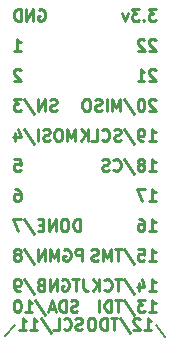
<source format=gbr>
%TF.GenerationSoftware,KiCad,Pcbnew,(5.1.9)-1*%
%TF.CreationDate,2021-07-11T13:39:41+02:00*%
%TF.ProjectId,TinyFPGA-A,54696e79-4650-4474-912d-412e6b696361,rev?*%
%TF.SameCoordinates,Original*%
%TF.FileFunction,Legend,Bot*%
%TF.FilePolarity,Positive*%
%FSLAX46Y46*%
G04 Gerber Fmt 4.6, Leading zero omitted, Abs format (unit mm)*
G04 Created by KiCad (PCBNEW (5.1.9)-1) date 2021-07-11 13:39:41*
%MOMM*%
%LPD*%
G01*
G04 APERTURE LIST*
%ADD10C,0.200000*%
%ADD11C,0.250000*%
G04 APERTURE END LIST*
D10*
X95694500Y-146558000D02*
X94932500Y-145605500D01*
X82169000Y-146494500D02*
X82994500Y-145605500D01*
D11*
X88680809Y-145946761D02*
X88537952Y-145994380D01*
X88299857Y-145994380D01*
X88204619Y-145946761D01*
X88157000Y-145899142D01*
X88109380Y-145803904D01*
X88109380Y-145708666D01*
X88157000Y-145613428D01*
X88204619Y-145565809D01*
X88299857Y-145518190D01*
X88490333Y-145470571D01*
X88585571Y-145422952D01*
X88633190Y-145375333D01*
X88680809Y-145280095D01*
X88680809Y-145184857D01*
X88633190Y-145089619D01*
X88585571Y-145042000D01*
X88490333Y-144994380D01*
X88252238Y-144994380D01*
X88109380Y-145042000D01*
X87109380Y-145899142D02*
X87157000Y-145946761D01*
X87299857Y-145994380D01*
X87395095Y-145994380D01*
X87537952Y-145946761D01*
X87633190Y-145851523D01*
X87680809Y-145756285D01*
X87728428Y-145565809D01*
X87728428Y-145422952D01*
X87680809Y-145232476D01*
X87633190Y-145137238D01*
X87537952Y-145042000D01*
X87395095Y-144994380D01*
X87299857Y-144994380D01*
X87157000Y-145042000D01*
X87109380Y-145089619D01*
X86204619Y-145994380D02*
X86680809Y-145994380D01*
X86680809Y-144994380D01*
X85157000Y-144946761D02*
X86014142Y-146232476D01*
X84299857Y-145994380D02*
X84871285Y-145994380D01*
X84585571Y-145994380D02*
X84585571Y-144994380D01*
X84680809Y-145137238D01*
X84776047Y-145232476D01*
X84871285Y-145280095D01*
X83347476Y-145994380D02*
X83918904Y-145994380D01*
X83633190Y-145994380D02*
X83633190Y-144994380D01*
X83728428Y-145137238D01*
X83823666Y-145232476D01*
X83918904Y-145280095D01*
X88283928Y-144422761D02*
X88141071Y-144470380D01*
X87902976Y-144470380D01*
X87807738Y-144422761D01*
X87760119Y-144375142D01*
X87712500Y-144279904D01*
X87712500Y-144184666D01*
X87760119Y-144089428D01*
X87807738Y-144041809D01*
X87902976Y-143994190D01*
X88093452Y-143946571D01*
X88188690Y-143898952D01*
X88236309Y-143851333D01*
X88283928Y-143756095D01*
X88283928Y-143660857D01*
X88236309Y-143565619D01*
X88188690Y-143518000D01*
X88093452Y-143470380D01*
X87855357Y-143470380D01*
X87712500Y-143518000D01*
X87283928Y-144470380D02*
X87283928Y-143470380D01*
X87045833Y-143470380D01*
X86902976Y-143518000D01*
X86807738Y-143613238D01*
X86760119Y-143708476D01*
X86712500Y-143898952D01*
X86712500Y-144041809D01*
X86760119Y-144232285D01*
X86807738Y-144327523D01*
X86902976Y-144422761D01*
X87045833Y-144470380D01*
X87283928Y-144470380D01*
X86331547Y-144184666D02*
X85855357Y-144184666D01*
X86426785Y-144470380D02*
X86093452Y-143470380D01*
X85760119Y-144470380D01*
X84712500Y-143422761D02*
X85569642Y-144708476D01*
X83855357Y-144470380D02*
X84426785Y-144470380D01*
X84141071Y-144470380D02*
X84141071Y-143470380D01*
X84236309Y-143613238D01*
X84331547Y-143708476D01*
X84426785Y-143756095D01*
X83236309Y-143470380D02*
X83141071Y-143470380D01*
X83045833Y-143518000D01*
X82998214Y-143565619D01*
X82950595Y-143660857D01*
X82902976Y-143851333D01*
X82902976Y-144089428D01*
X82950595Y-144279904D01*
X82998214Y-144375142D01*
X83045833Y-144422761D01*
X83141071Y-144470380D01*
X83236309Y-144470380D01*
X83331547Y-144422761D01*
X83379166Y-144375142D01*
X83426785Y-144279904D01*
X83474404Y-144089428D01*
X83474404Y-143851333D01*
X83426785Y-143660857D01*
X83379166Y-143565619D01*
X83331547Y-143518000D01*
X83236309Y-143470380D01*
X88760119Y-141692380D02*
X88760119Y-142406666D01*
X88807738Y-142549523D01*
X88902976Y-142644761D01*
X89045833Y-142692380D01*
X89141071Y-142692380D01*
X88426785Y-141692380D02*
X87855357Y-141692380D01*
X88141071Y-142692380D02*
X88141071Y-141692380D01*
X86998214Y-141740000D02*
X87093452Y-141692380D01*
X87236309Y-141692380D01*
X87379166Y-141740000D01*
X87474404Y-141835238D01*
X87522023Y-141930476D01*
X87569642Y-142120952D01*
X87569642Y-142263809D01*
X87522023Y-142454285D01*
X87474404Y-142549523D01*
X87379166Y-142644761D01*
X87236309Y-142692380D01*
X87141071Y-142692380D01*
X86998214Y-142644761D01*
X86950595Y-142597142D01*
X86950595Y-142263809D01*
X87141071Y-142263809D01*
X86522023Y-142692380D02*
X86522023Y-141692380D01*
X85950595Y-142692380D01*
X85950595Y-141692380D01*
X85141071Y-142168571D02*
X84998214Y-142216190D01*
X84950595Y-142263809D01*
X84902976Y-142359047D01*
X84902976Y-142501904D01*
X84950595Y-142597142D01*
X84998214Y-142644761D01*
X85093452Y-142692380D01*
X85474404Y-142692380D01*
X85474404Y-141692380D01*
X85141071Y-141692380D01*
X85045833Y-141740000D01*
X84998214Y-141787619D01*
X84950595Y-141882857D01*
X84950595Y-141978095D01*
X84998214Y-142073333D01*
X85045833Y-142120952D01*
X85141071Y-142168571D01*
X85474404Y-142168571D01*
X83760119Y-141644761D02*
X84617261Y-142930476D01*
X83379166Y-142692380D02*
X83188690Y-142692380D01*
X83093452Y-142644761D01*
X83045833Y-142597142D01*
X82950595Y-142454285D01*
X82902976Y-142263809D01*
X82902976Y-141882857D01*
X82950595Y-141787619D01*
X82998214Y-141740000D01*
X83093452Y-141692380D01*
X83283928Y-141692380D01*
X83379166Y-141740000D01*
X83426785Y-141787619D01*
X83474404Y-141882857D01*
X83474404Y-142120952D01*
X83426785Y-142216190D01*
X83379166Y-142263809D01*
X83283928Y-142311428D01*
X83093452Y-142311428D01*
X82998214Y-142263809D01*
X82950595Y-142216190D01*
X82902976Y-142120952D01*
X88664880Y-140152380D02*
X88664880Y-139152380D01*
X88283928Y-139152380D01*
X88188690Y-139200000D01*
X88141071Y-139247619D01*
X88093452Y-139342857D01*
X88093452Y-139485714D01*
X88141071Y-139580952D01*
X88188690Y-139628571D01*
X88283928Y-139676190D01*
X88664880Y-139676190D01*
X87141071Y-139200000D02*
X87236309Y-139152380D01*
X87379166Y-139152380D01*
X87522023Y-139200000D01*
X87617261Y-139295238D01*
X87664880Y-139390476D01*
X87712500Y-139580952D01*
X87712500Y-139723809D01*
X87664880Y-139914285D01*
X87617261Y-140009523D01*
X87522023Y-140104761D01*
X87379166Y-140152380D01*
X87283928Y-140152380D01*
X87141071Y-140104761D01*
X87093452Y-140057142D01*
X87093452Y-139723809D01*
X87283928Y-139723809D01*
X86664880Y-140152380D02*
X86664880Y-139152380D01*
X86331547Y-139866666D01*
X85998214Y-139152380D01*
X85998214Y-140152380D01*
X85522023Y-140152380D02*
X85522023Y-139152380D01*
X84950595Y-140152380D01*
X84950595Y-139152380D01*
X83760119Y-139104761D02*
X84617261Y-140390476D01*
X83283928Y-139580952D02*
X83379166Y-139533333D01*
X83426785Y-139485714D01*
X83474404Y-139390476D01*
X83474404Y-139342857D01*
X83426785Y-139247619D01*
X83379166Y-139200000D01*
X83283928Y-139152380D01*
X83093452Y-139152380D01*
X82998214Y-139200000D01*
X82950595Y-139247619D01*
X82902976Y-139342857D01*
X82902976Y-139390476D01*
X82950595Y-139485714D01*
X82998214Y-139533333D01*
X83093452Y-139580952D01*
X83283928Y-139580952D01*
X83379166Y-139628571D01*
X83426785Y-139676190D01*
X83474404Y-139771428D01*
X83474404Y-139961904D01*
X83426785Y-140057142D01*
X83379166Y-140104761D01*
X83283928Y-140152380D01*
X83093452Y-140152380D01*
X82998214Y-140104761D01*
X82950595Y-140057142D01*
X82902976Y-139961904D01*
X82902976Y-139771428D01*
X82950595Y-139676190D01*
X82998214Y-139628571D01*
X83093452Y-139580952D01*
X88474404Y-137612380D02*
X88474404Y-136612380D01*
X88236309Y-136612380D01*
X88093452Y-136660000D01*
X87998214Y-136755238D01*
X87950595Y-136850476D01*
X87902976Y-137040952D01*
X87902976Y-137183809D01*
X87950595Y-137374285D01*
X87998214Y-137469523D01*
X88093452Y-137564761D01*
X88236309Y-137612380D01*
X88474404Y-137612380D01*
X87283928Y-136612380D02*
X87093452Y-136612380D01*
X86998214Y-136660000D01*
X86902976Y-136755238D01*
X86855357Y-136945714D01*
X86855357Y-137279047D01*
X86902976Y-137469523D01*
X86998214Y-137564761D01*
X87093452Y-137612380D01*
X87283928Y-137612380D01*
X87379166Y-137564761D01*
X87474404Y-137469523D01*
X87522023Y-137279047D01*
X87522023Y-136945714D01*
X87474404Y-136755238D01*
X87379166Y-136660000D01*
X87283928Y-136612380D01*
X86426785Y-137612380D02*
X86426785Y-136612380D01*
X85855357Y-137612380D01*
X85855357Y-136612380D01*
X85379166Y-137088571D02*
X85045833Y-137088571D01*
X84902976Y-137612380D02*
X85379166Y-137612380D01*
X85379166Y-136612380D01*
X84902976Y-136612380D01*
X83760119Y-136564761D02*
X84617261Y-137850476D01*
X83522023Y-136612380D02*
X82855357Y-136612380D01*
X83283928Y-137612380D01*
X82998214Y-134072380D02*
X83188690Y-134072380D01*
X83283928Y-134120000D01*
X83331547Y-134167619D01*
X83426785Y-134310476D01*
X83474404Y-134500952D01*
X83474404Y-134881904D01*
X83426785Y-134977142D01*
X83379166Y-135024761D01*
X83283928Y-135072380D01*
X83093452Y-135072380D01*
X82998214Y-135024761D01*
X82950595Y-134977142D01*
X82902976Y-134881904D01*
X82902976Y-134643809D01*
X82950595Y-134548571D01*
X82998214Y-134500952D01*
X83093452Y-134453333D01*
X83283928Y-134453333D01*
X83379166Y-134500952D01*
X83426785Y-134548571D01*
X83474404Y-134643809D01*
X82950595Y-131532380D02*
X83426785Y-131532380D01*
X83474404Y-132008571D01*
X83426785Y-131960952D01*
X83331547Y-131913333D01*
X83093452Y-131913333D01*
X82998214Y-131960952D01*
X82950595Y-132008571D01*
X82902976Y-132103809D01*
X82902976Y-132341904D01*
X82950595Y-132437142D01*
X82998214Y-132484761D01*
X83093452Y-132532380D01*
X83331547Y-132532380D01*
X83426785Y-132484761D01*
X83474404Y-132437142D01*
X88093452Y-129992380D02*
X88093452Y-128992380D01*
X87760119Y-129706666D01*
X87426785Y-128992380D01*
X87426785Y-129992380D01*
X86760119Y-128992380D02*
X86569642Y-128992380D01*
X86474404Y-129040000D01*
X86379166Y-129135238D01*
X86331547Y-129325714D01*
X86331547Y-129659047D01*
X86379166Y-129849523D01*
X86474404Y-129944761D01*
X86569642Y-129992380D01*
X86760119Y-129992380D01*
X86855357Y-129944761D01*
X86950595Y-129849523D01*
X86998214Y-129659047D01*
X86998214Y-129325714D01*
X86950595Y-129135238D01*
X86855357Y-129040000D01*
X86760119Y-128992380D01*
X85950595Y-129944761D02*
X85807738Y-129992380D01*
X85569642Y-129992380D01*
X85474404Y-129944761D01*
X85426785Y-129897142D01*
X85379166Y-129801904D01*
X85379166Y-129706666D01*
X85426785Y-129611428D01*
X85474404Y-129563809D01*
X85569642Y-129516190D01*
X85760119Y-129468571D01*
X85855357Y-129420952D01*
X85902976Y-129373333D01*
X85950595Y-129278095D01*
X85950595Y-129182857D01*
X85902976Y-129087619D01*
X85855357Y-129040000D01*
X85760119Y-128992380D01*
X85522023Y-128992380D01*
X85379166Y-129040000D01*
X84950595Y-129992380D02*
X84950595Y-128992380D01*
X83760119Y-128944761D02*
X84617261Y-130230476D01*
X82998214Y-129325714D02*
X82998214Y-129992380D01*
X83236309Y-128944761D02*
X83474404Y-129659047D01*
X82855357Y-129659047D01*
X86522023Y-127404761D02*
X86379166Y-127452380D01*
X86141071Y-127452380D01*
X86045833Y-127404761D01*
X85998214Y-127357142D01*
X85950595Y-127261904D01*
X85950595Y-127166666D01*
X85998214Y-127071428D01*
X86045833Y-127023809D01*
X86141071Y-126976190D01*
X86331547Y-126928571D01*
X86426785Y-126880952D01*
X86474404Y-126833333D01*
X86522023Y-126738095D01*
X86522023Y-126642857D01*
X86474404Y-126547619D01*
X86426785Y-126500000D01*
X86331547Y-126452380D01*
X86093452Y-126452380D01*
X85950595Y-126500000D01*
X85522023Y-127452380D02*
X85522023Y-126452380D01*
X84950595Y-127452380D01*
X84950595Y-126452380D01*
X83760119Y-126404761D02*
X84617261Y-127690476D01*
X83522023Y-126452380D02*
X82902976Y-126452380D01*
X83236309Y-126833333D01*
X83093452Y-126833333D01*
X82998214Y-126880952D01*
X82950595Y-126928571D01*
X82902976Y-127023809D01*
X82902976Y-127261904D01*
X82950595Y-127357142D01*
X82998214Y-127404761D01*
X83093452Y-127452380D01*
X83379166Y-127452380D01*
X83474404Y-127404761D01*
X83522023Y-127357142D01*
X83474404Y-124007619D02*
X83426785Y-123960000D01*
X83331547Y-123912380D01*
X83093452Y-123912380D01*
X82998214Y-123960000D01*
X82950595Y-124007619D01*
X82902976Y-124102857D01*
X82902976Y-124198095D01*
X82950595Y-124340952D01*
X83522023Y-124912380D01*
X82902976Y-124912380D01*
X82902976Y-122372380D02*
X83474404Y-122372380D01*
X83188690Y-122372380D02*
X83188690Y-121372380D01*
X83283928Y-121515238D01*
X83379166Y-121610476D01*
X83474404Y-121658095D01*
X84998214Y-118880000D02*
X85093452Y-118832380D01*
X85236309Y-118832380D01*
X85379166Y-118880000D01*
X85474404Y-118975238D01*
X85522023Y-119070476D01*
X85569642Y-119260952D01*
X85569642Y-119403809D01*
X85522023Y-119594285D01*
X85474404Y-119689523D01*
X85379166Y-119784761D01*
X85236309Y-119832380D01*
X85141071Y-119832380D01*
X84998214Y-119784761D01*
X84950595Y-119737142D01*
X84950595Y-119403809D01*
X85141071Y-119403809D01*
X84522023Y-119832380D02*
X84522023Y-118832380D01*
X83950595Y-119832380D01*
X83950595Y-118832380D01*
X83474404Y-119832380D02*
X83474404Y-118832380D01*
X83236309Y-118832380D01*
X83093452Y-118880000D01*
X82998214Y-118975238D01*
X82950595Y-119070476D01*
X82902976Y-119260952D01*
X82902976Y-119403809D01*
X82950595Y-119594285D01*
X82998214Y-119689523D01*
X83093452Y-119784761D01*
X83236309Y-119832380D01*
X83474404Y-119832380D01*
X93944595Y-145994380D02*
X94516023Y-145994380D01*
X94230309Y-145994380D02*
X94230309Y-144994380D01*
X94325547Y-145137238D01*
X94420785Y-145232476D01*
X94516023Y-145280095D01*
X93563642Y-145089619D02*
X93516023Y-145042000D01*
X93420785Y-144994380D01*
X93182690Y-144994380D01*
X93087452Y-145042000D01*
X93039833Y-145089619D01*
X92992214Y-145184857D01*
X92992214Y-145280095D01*
X93039833Y-145422952D01*
X93611261Y-145994380D01*
X92992214Y-145994380D01*
X91849357Y-144946761D02*
X92706500Y-146232476D01*
X91658880Y-144994380D02*
X91087452Y-144994380D01*
X91373166Y-145994380D02*
X91373166Y-144994380D01*
X90754119Y-145994380D02*
X90754119Y-144994380D01*
X90516023Y-144994380D01*
X90373166Y-145042000D01*
X90277928Y-145137238D01*
X90230309Y-145232476D01*
X90182690Y-145422952D01*
X90182690Y-145565809D01*
X90230309Y-145756285D01*
X90277928Y-145851523D01*
X90373166Y-145946761D01*
X90516023Y-145994380D01*
X90754119Y-145994380D01*
X89563642Y-144994380D02*
X89373166Y-144994380D01*
X89277928Y-145042000D01*
X89182690Y-145137238D01*
X89135071Y-145327714D01*
X89135071Y-145661047D01*
X89182690Y-145851523D01*
X89277928Y-145946761D01*
X89373166Y-145994380D01*
X89563642Y-145994380D01*
X89658880Y-145946761D01*
X89754119Y-145851523D01*
X89801738Y-145661047D01*
X89801738Y-145327714D01*
X89754119Y-145137238D01*
X89658880Y-145042000D01*
X89563642Y-144994380D01*
X94325595Y-144470380D02*
X94897023Y-144470380D01*
X94611309Y-144470380D02*
X94611309Y-143470380D01*
X94706547Y-143613238D01*
X94801785Y-143708476D01*
X94897023Y-143756095D01*
X93992261Y-143470380D02*
X93373214Y-143470380D01*
X93706547Y-143851333D01*
X93563690Y-143851333D01*
X93468452Y-143898952D01*
X93420833Y-143946571D01*
X93373214Y-144041809D01*
X93373214Y-144279904D01*
X93420833Y-144375142D01*
X93468452Y-144422761D01*
X93563690Y-144470380D01*
X93849404Y-144470380D01*
X93944642Y-144422761D01*
X93992261Y-144375142D01*
X92230357Y-143422761D02*
X93087500Y-144708476D01*
X92039880Y-143470380D02*
X91468452Y-143470380D01*
X91754166Y-144470380D02*
X91754166Y-143470380D01*
X91135119Y-144470380D02*
X91135119Y-143470380D01*
X90897023Y-143470380D01*
X90754166Y-143518000D01*
X90658928Y-143613238D01*
X90611309Y-143708476D01*
X90563690Y-143898952D01*
X90563690Y-144041809D01*
X90611309Y-144232285D01*
X90658928Y-144327523D01*
X90754166Y-144422761D01*
X90897023Y-144470380D01*
X91135119Y-144470380D01*
X90135119Y-144470380D02*
X90135119Y-143470380D01*
X94325595Y-142692380D02*
X94897023Y-142692380D01*
X94611309Y-142692380D02*
X94611309Y-141692380D01*
X94706547Y-141835238D01*
X94801785Y-141930476D01*
X94897023Y-141978095D01*
X93468452Y-142025714D02*
X93468452Y-142692380D01*
X93706547Y-141644761D02*
X93944642Y-142359047D01*
X93325595Y-142359047D01*
X92230357Y-141644761D02*
X93087500Y-142930476D01*
X92039880Y-141692380D02*
X91468452Y-141692380D01*
X91754166Y-142692380D02*
X91754166Y-141692380D01*
X90563690Y-142597142D02*
X90611309Y-142644761D01*
X90754166Y-142692380D01*
X90849404Y-142692380D01*
X90992261Y-142644761D01*
X91087500Y-142549523D01*
X91135119Y-142454285D01*
X91182738Y-142263809D01*
X91182738Y-142120952D01*
X91135119Y-141930476D01*
X91087500Y-141835238D01*
X90992261Y-141740000D01*
X90849404Y-141692380D01*
X90754166Y-141692380D01*
X90611309Y-141740000D01*
X90563690Y-141787619D01*
X90135119Y-142692380D02*
X90135119Y-141692380D01*
X89563690Y-142692380D02*
X89992261Y-142120952D01*
X89563690Y-141692380D02*
X90135119Y-142263809D01*
X94325595Y-140152380D02*
X94897023Y-140152380D01*
X94611309Y-140152380D02*
X94611309Y-139152380D01*
X94706547Y-139295238D01*
X94801785Y-139390476D01*
X94897023Y-139438095D01*
X93420833Y-139152380D02*
X93897023Y-139152380D01*
X93944642Y-139628571D01*
X93897023Y-139580952D01*
X93801785Y-139533333D01*
X93563690Y-139533333D01*
X93468452Y-139580952D01*
X93420833Y-139628571D01*
X93373214Y-139723809D01*
X93373214Y-139961904D01*
X93420833Y-140057142D01*
X93468452Y-140104761D01*
X93563690Y-140152380D01*
X93801785Y-140152380D01*
X93897023Y-140104761D01*
X93944642Y-140057142D01*
X92230357Y-139104761D02*
X93087500Y-140390476D01*
X92039880Y-139152380D02*
X91468452Y-139152380D01*
X91754166Y-140152380D02*
X91754166Y-139152380D01*
X91135119Y-140152380D02*
X91135119Y-139152380D01*
X90801785Y-139866666D01*
X90468452Y-139152380D01*
X90468452Y-140152380D01*
X90039880Y-140104761D02*
X89897023Y-140152380D01*
X89658928Y-140152380D01*
X89563690Y-140104761D01*
X89516071Y-140057142D01*
X89468452Y-139961904D01*
X89468452Y-139866666D01*
X89516071Y-139771428D01*
X89563690Y-139723809D01*
X89658928Y-139676190D01*
X89849404Y-139628571D01*
X89944642Y-139580952D01*
X89992261Y-139533333D01*
X90039880Y-139438095D01*
X90039880Y-139342857D01*
X89992261Y-139247619D01*
X89944642Y-139200000D01*
X89849404Y-139152380D01*
X89611309Y-139152380D01*
X89468452Y-139200000D01*
X94325595Y-137612380D02*
X94897023Y-137612380D01*
X94611309Y-137612380D02*
X94611309Y-136612380D01*
X94706547Y-136755238D01*
X94801785Y-136850476D01*
X94897023Y-136898095D01*
X93468452Y-136612380D02*
X93658928Y-136612380D01*
X93754166Y-136660000D01*
X93801785Y-136707619D01*
X93897023Y-136850476D01*
X93944642Y-137040952D01*
X93944642Y-137421904D01*
X93897023Y-137517142D01*
X93849404Y-137564761D01*
X93754166Y-137612380D01*
X93563690Y-137612380D01*
X93468452Y-137564761D01*
X93420833Y-137517142D01*
X93373214Y-137421904D01*
X93373214Y-137183809D01*
X93420833Y-137088571D01*
X93468452Y-137040952D01*
X93563690Y-136993333D01*
X93754166Y-136993333D01*
X93849404Y-137040952D01*
X93897023Y-137088571D01*
X93944642Y-137183809D01*
X94325595Y-135072380D02*
X94897023Y-135072380D01*
X94611309Y-135072380D02*
X94611309Y-134072380D01*
X94706547Y-134215238D01*
X94801785Y-134310476D01*
X94897023Y-134358095D01*
X93992261Y-134072380D02*
X93325595Y-134072380D01*
X93754166Y-135072380D01*
X94325595Y-132532380D02*
X94897023Y-132532380D01*
X94611309Y-132532380D02*
X94611309Y-131532380D01*
X94706547Y-131675238D01*
X94801785Y-131770476D01*
X94897023Y-131818095D01*
X93754166Y-131960952D02*
X93849404Y-131913333D01*
X93897023Y-131865714D01*
X93944642Y-131770476D01*
X93944642Y-131722857D01*
X93897023Y-131627619D01*
X93849404Y-131580000D01*
X93754166Y-131532380D01*
X93563690Y-131532380D01*
X93468452Y-131580000D01*
X93420833Y-131627619D01*
X93373214Y-131722857D01*
X93373214Y-131770476D01*
X93420833Y-131865714D01*
X93468452Y-131913333D01*
X93563690Y-131960952D01*
X93754166Y-131960952D01*
X93849404Y-132008571D01*
X93897023Y-132056190D01*
X93944642Y-132151428D01*
X93944642Y-132341904D01*
X93897023Y-132437142D01*
X93849404Y-132484761D01*
X93754166Y-132532380D01*
X93563690Y-132532380D01*
X93468452Y-132484761D01*
X93420833Y-132437142D01*
X93373214Y-132341904D01*
X93373214Y-132151428D01*
X93420833Y-132056190D01*
X93468452Y-132008571D01*
X93563690Y-131960952D01*
X92230357Y-131484761D02*
X93087500Y-132770476D01*
X91325595Y-132437142D02*
X91373214Y-132484761D01*
X91516071Y-132532380D01*
X91611309Y-132532380D01*
X91754166Y-132484761D01*
X91849404Y-132389523D01*
X91897023Y-132294285D01*
X91944642Y-132103809D01*
X91944642Y-131960952D01*
X91897023Y-131770476D01*
X91849404Y-131675238D01*
X91754166Y-131580000D01*
X91611309Y-131532380D01*
X91516071Y-131532380D01*
X91373214Y-131580000D01*
X91325595Y-131627619D01*
X90944642Y-132484761D02*
X90801785Y-132532380D01*
X90563690Y-132532380D01*
X90468452Y-132484761D01*
X90420833Y-132437142D01*
X90373214Y-132341904D01*
X90373214Y-132246666D01*
X90420833Y-132151428D01*
X90468452Y-132103809D01*
X90563690Y-132056190D01*
X90754166Y-132008571D01*
X90849404Y-131960952D01*
X90897023Y-131913333D01*
X90944642Y-131818095D01*
X90944642Y-131722857D01*
X90897023Y-131627619D01*
X90849404Y-131580000D01*
X90754166Y-131532380D01*
X90516071Y-131532380D01*
X90373214Y-131580000D01*
X94325595Y-129992380D02*
X94897023Y-129992380D01*
X94611309Y-129992380D02*
X94611309Y-128992380D01*
X94706547Y-129135238D01*
X94801785Y-129230476D01*
X94897023Y-129278095D01*
X93849404Y-129992380D02*
X93658928Y-129992380D01*
X93563690Y-129944761D01*
X93516071Y-129897142D01*
X93420833Y-129754285D01*
X93373214Y-129563809D01*
X93373214Y-129182857D01*
X93420833Y-129087619D01*
X93468452Y-129040000D01*
X93563690Y-128992380D01*
X93754166Y-128992380D01*
X93849404Y-129040000D01*
X93897023Y-129087619D01*
X93944642Y-129182857D01*
X93944642Y-129420952D01*
X93897023Y-129516190D01*
X93849404Y-129563809D01*
X93754166Y-129611428D01*
X93563690Y-129611428D01*
X93468452Y-129563809D01*
X93420833Y-129516190D01*
X93373214Y-129420952D01*
X92230357Y-128944761D02*
X93087500Y-130230476D01*
X91944642Y-129944761D02*
X91801785Y-129992380D01*
X91563690Y-129992380D01*
X91468452Y-129944761D01*
X91420833Y-129897142D01*
X91373214Y-129801904D01*
X91373214Y-129706666D01*
X91420833Y-129611428D01*
X91468452Y-129563809D01*
X91563690Y-129516190D01*
X91754166Y-129468571D01*
X91849404Y-129420952D01*
X91897023Y-129373333D01*
X91944642Y-129278095D01*
X91944642Y-129182857D01*
X91897023Y-129087619D01*
X91849404Y-129040000D01*
X91754166Y-128992380D01*
X91516071Y-128992380D01*
X91373214Y-129040000D01*
X90373214Y-129897142D02*
X90420833Y-129944761D01*
X90563690Y-129992380D01*
X90658928Y-129992380D01*
X90801785Y-129944761D01*
X90897023Y-129849523D01*
X90944642Y-129754285D01*
X90992261Y-129563809D01*
X90992261Y-129420952D01*
X90944642Y-129230476D01*
X90897023Y-129135238D01*
X90801785Y-129040000D01*
X90658928Y-128992380D01*
X90563690Y-128992380D01*
X90420833Y-129040000D01*
X90373214Y-129087619D01*
X89468452Y-129992380D02*
X89944642Y-129992380D01*
X89944642Y-128992380D01*
X89135119Y-129992380D02*
X89135119Y-128992380D01*
X88563690Y-129992380D02*
X88992261Y-129420952D01*
X88563690Y-128992380D02*
X89135119Y-129563809D01*
X94897023Y-126547619D02*
X94849404Y-126500000D01*
X94754166Y-126452380D01*
X94516071Y-126452380D01*
X94420833Y-126500000D01*
X94373214Y-126547619D01*
X94325595Y-126642857D01*
X94325595Y-126738095D01*
X94373214Y-126880952D01*
X94944642Y-127452380D01*
X94325595Y-127452380D01*
X93706547Y-126452380D02*
X93611309Y-126452380D01*
X93516071Y-126500000D01*
X93468452Y-126547619D01*
X93420833Y-126642857D01*
X93373214Y-126833333D01*
X93373214Y-127071428D01*
X93420833Y-127261904D01*
X93468452Y-127357142D01*
X93516071Y-127404761D01*
X93611309Y-127452380D01*
X93706547Y-127452380D01*
X93801785Y-127404761D01*
X93849404Y-127357142D01*
X93897023Y-127261904D01*
X93944642Y-127071428D01*
X93944642Y-126833333D01*
X93897023Y-126642857D01*
X93849404Y-126547619D01*
X93801785Y-126500000D01*
X93706547Y-126452380D01*
X92230357Y-126404761D02*
X93087500Y-127690476D01*
X91897023Y-127452380D02*
X91897023Y-126452380D01*
X91563690Y-127166666D01*
X91230357Y-126452380D01*
X91230357Y-127452380D01*
X90754166Y-127452380D02*
X90754166Y-126452380D01*
X90325595Y-127404761D02*
X90182738Y-127452380D01*
X89944642Y-127452380D01*
X89849404Y-127404761D01*
X89801785Y-127357142D01*
X89754166Y-127261904D01*
X89754166Y-127166666D01*
X89801785Y-127071428D01*
X89849404Y-127023809D01*
X89944642Y-126976190D01*
X90135119Y-126928571D01*
X90230357Y-126880952D01*
X90277976Y-126833333D01*
X90325595Y-126738095D01*
X90325595Y-126642857D01*
X90277976Y-126547619D01*
X90230357Y-126500000D01*
X90135119Y-126452380D01*
X89897023Y-126452380D01*
X89754166Y-126500000D01*
X89135119Y-126452380D02*
X88944642Y-126452380D01*
X88849404Y-126500000D01*
X88754166Y-126595238D01*
X88706547Y-126785714D01*
X88706547Y-127119047D01*
X88754166Y-127309523D01*
X88849404Y-127404761D01*
X88944642Y-127452380D01*
X89135119Y-127452380D01*
X89230357Y-127404761D01*
X89325595Y-127309523D01*
X89373214Y-127119047D01*
X89373214Y-126785714D01*
X89325595Y-126595238D01*
X89230357Y-126500000D01*
X89135119Y-126452380D01*
X94897023Y-124007619D02*
X94849404Y-123960000D01*
X94754166Y-123912380D01*
X94516071Y-123912380D01*
X94420833Y-123960000D01*
X94373214Y-124007619D01*
X94325595Y-124102857D01*
X94325595Y-124198095D01*
X94373214Y-124340952D01*
X94944642Y-124912380D01*
X94325595Y-124912380D01*
X93373214Y-124912380D02*
X93944642Y-124912380D01*
X93658928Y-124912380D02*
X93658928Y-123912380D01*
X93754166Y-124055238D01*
X93849404Y-124150476D01*
X93944642Y-124198095D01*
X94897023Y-121467619D02*
X94849404Y-121420000D01*
X94754166Y-121372380D01*
X94516071Y-121372380D01*
X94420833Y-121420000D01*
X94373214Y-121467619D01*
X94325595Y-121562857D01*
X94325595Y-121658095D01*
X94373214Y-121800952D01*
X94944642Y-122372380D01*
X94325595Y-122372380D01*
X93944642Y-121467619D02*
X93897023Y-121420000D01*
X93801785Y-121372380D01*
X93563690Y-121372380D01*
X93468452Y-121420000D01*
X93420833Y-121467619D01*
X93373214Y-121562857D01*
X93373214Y-121658095D01*
X93420833Y-121800952D01*
X93992261Y-122372380D01*
X93373214Y-122372380D01*
X94944642Y-118832380D02*
X94325595Y-118832380D01*
X94658928Y-119213333D01*
X94516071Y-119213333D01*
X94420833Y-119260952D01*
X94373214Y-119308571D01*
X94325595Y-119403809D01*
X94325595Y-119641904D01*
X94373214Y-119737142D01*
X94420833Y-119784761D01*
X94516071Y-119832380D01*
X94801785Y-119832380D01*
X94897023Y-119784761D01*
X94944642Y-119737142D01*
X93897023Y-119737142D02*
X93849404Y-119784761D01*
X93897023Y-119832380D01*
X93944642Y-119784761D01*
X93897023Y-119737142D01*
X93897023Y-119832380D01*
X93516071Y-118832380D02*
X92897023Y-118832380D01*
X93230357Y-119213333D01*
X93087500Y-119213333D01*
X92992261Y-119260952D01*
X92944642Y-119308571D01*
X92897023Y-119403809D01*
X92897023Y-119641904D01*
X92944642Y-119737142D01*
X92992261Y-119784761D01*
X93087500Y-119832380D01*
X93373214Y-119832380D01*
X93468452Y-119784761D01*
X93516071Y-119737142D01*
X92563690Y-119165714D02*
X92325595Y-119832380D01*
X92087500Y-119165714D01*
M02*

</source>
